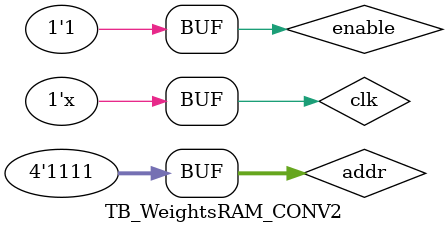
<source format=v>
`timescale 1ns / 1ps


module TB_WeightsRAM_CONV2;
    reg clk;
    reg enable;
    reg [3:0] addr;
    wire [35:0] weights;
    
    WeightsRAM_1 weightram1(.clk(clk), .enable(enable), .addr(addr), .weights(weights));
    
    always #5 clk = ~clk;
    
    initial begin
        clk=0;
        enable=0;
        addr=0;
        #3;
        enable = 1;
        #10;
        addr=1;
        #10;
        addr=2;
        #10;
        addr=5;
        #10;
        addr=15;
    end
endmodule

</source>
